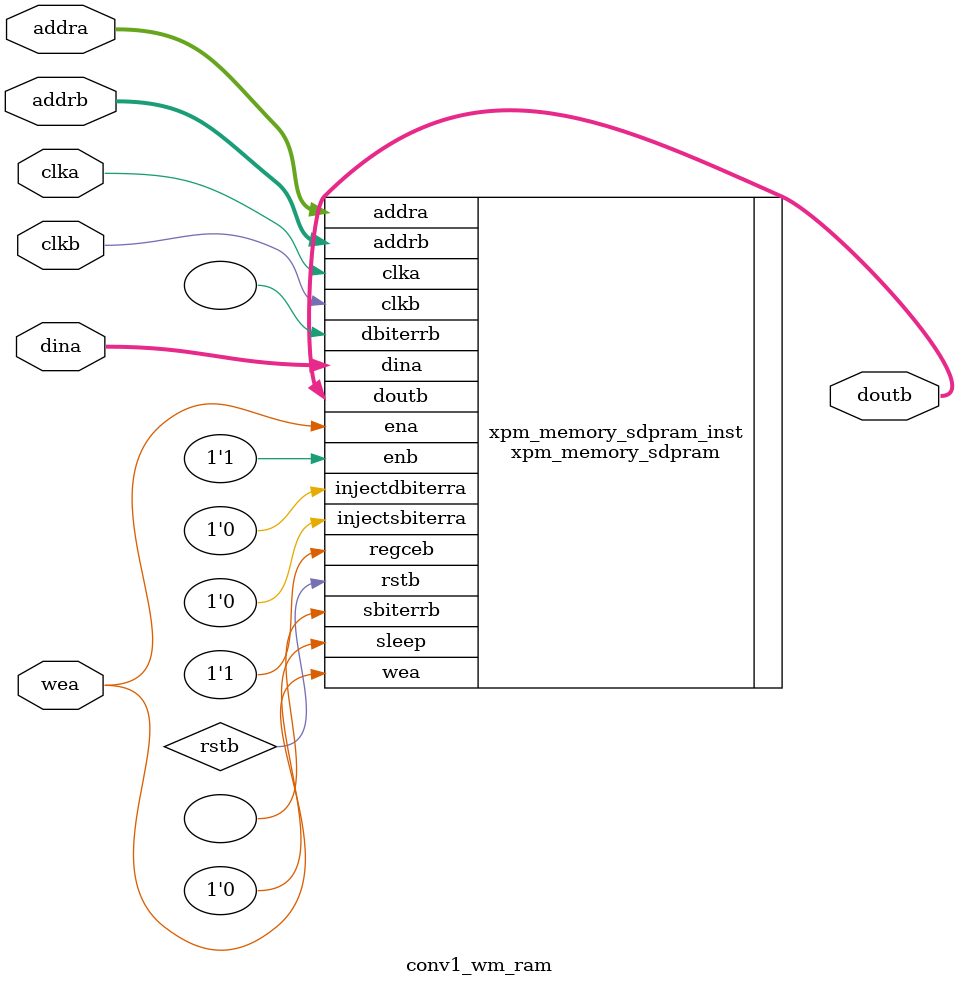
<source format=v>
module conv1_wm_ram(clka, wea, addra, dina, clkb, addrb, doutb);
  input clka;
  input [0:0]wea;
  input [7:0]addra;
  input [511:0]dina;
  input clkb;
  input [7:0]addrb;
  output [511:0]doutb;

   // xpm_memory_sdpram: Simple Dual Port RAM
   // Xilinx Parameterized Macro, version 2020.2

   xpm_memory_sdpram #(
      .ADDR_WIDTH_A(8),               // DECIMAL
      .ADDR_WIDTH_B(8),               // DECIMAL
      .AUTO_SLEEP_TIME(0),            // DECIMAL
      .BYTE_WRITE_WIDTH_A(512),        // DECIMAL
      .CASCADE_HEIGHT(0),             // DECIMAL
      .CLOCKING_MODE("common_clock"), // String
      .ECC_MODE("no_ecc"),            // String
      .MEMORY_INIT_FILE("none"),      // String
      .MEMORY_INIT_PARAM("0"),        // String
      .MEMORY_OPTIMIZATION("true"),   // String
      .MEMORY_PRIMITIVE("ultra"),      // String
      .MEMORY_SIZE(123904),             // DECIMAL
      .MESSAGE_CONTROL(0),            // DECIMAL
      .READ_DATA_WIDTH_B(512),         // DECIMAL
      .READ_LATENCY_B(2),             // DECIMAL
      .READ_RESET_VALUE_B("0"),       // String
      .RST_MODE_A("SYNC"),            // String
      .RST_MODE_B("SYNC"),            // String
      .SIM_ASSERT_CHK(0),             // DECIMAL; 0=disable simulation messages, 1=enable simulation messages
      .USE_EMBEDDED_CONSTRAINT(0),    // DECIMAL
      .USE_MEM_INIT(0),               // DECIMAL
      .WAKEUP_TIME("disable_sleep"),  // String
      .WRITE_DATA_WIDTH_A(512),        // DECIMAL
      .WRITE_MODE_B("read_first")      // String
   )
   xpm_memory_sdpram_inst (
      .dbiterrb(),             // 1-bit output: Status signal to indicate double bit error occurrence
                                       // on the data output of port B.

      .doutb(doutb),                   // READ_DATA_WIDTH_B-bit output: Data output for port B read operations.
      .sbiterrb(),             // 1-bit output: Status signal to indicate single bit error occurrence
                                       // on the data output of port B.

      .addra(addra),                   // ADDR_WIDTH_A-bit input: Address for port A write operations.
      .addrb(addrb),                   // ADDR_WIDTH_B-bit input: Address for port B read operations.
      .clka(clka),                     // 1-bit input: Clock signal for port A. Also clocks port B when
                                       // parameter CLOCKING_MODE is "common_clock".

      .clkb(clkb),                     // 1-bit input: Clock signal for port B when parameter CLOCKING_MODE is
                                       // "independent_clock". Unused when parameter CLOCKING_MODE is
                                       // "common_clock".

      .dina(dina),                     // WRITE_DATA_WIDTH_A-bit input: Data input for port A write operations.
      .ena(wea),                       // 1-bit input: Memory enable signal for port A. Must be high on clock
                                       // cycles when write operations are initiated. Pipelined internally.

      .enb(1'b1),                       // 1-bit input: Memory enable signal for port B. Must be high on clock
                                       // cycles when read operations are initiated. Pipelined internally.

      .injectdbiterra(1'b0), // 1-bit input: Controls double bit error injection on input data when
                                       // ECC enabled (Error injection capability is not available in
                                       // "decode_only" mode).

      .injectsbiterra(1'b0), // 1-bit input: Controls single bit error injection on input data when
                                       // ECC enabled (Error injection capability is not available in
                                       // "decode_only" mode).

      .regceb(1'b1),                 // 1-bit input: Clock Enable for the last register stage on the output
                                       // data path.

      .rstb(rstb),                     // 1-bit input: Reset signal for the final port B output register stage.
                                       // Synchronously resets output port doutb to the value specified by
                                       // parameter READ_RESET_VALUE_B.

      .sleep(1'b0),                   // 1-bit input: sleep signal to enable the dynamic power saving feature.
      .wea(wea)                        // WRITE_DATA_WIDTH_A/BYTE_WRITE_WIDTH_A-bit input: Write enable vector
                                       // for port A input data port dina. 1 bit wide when word-wide writes are
                                       // used. In byte-wide write configurations, each bit controls the
                                       // writing one byte of dina to address addra. For example, to
                                       // synchronously write only bits [15-8] of dina when WRITE_DATA_WIDTH_A
                                       // is 32, wea would be 4'b0010.

   );

   // End of xpm_memory_sdpram_inst instantiation


endmodule

</source>
